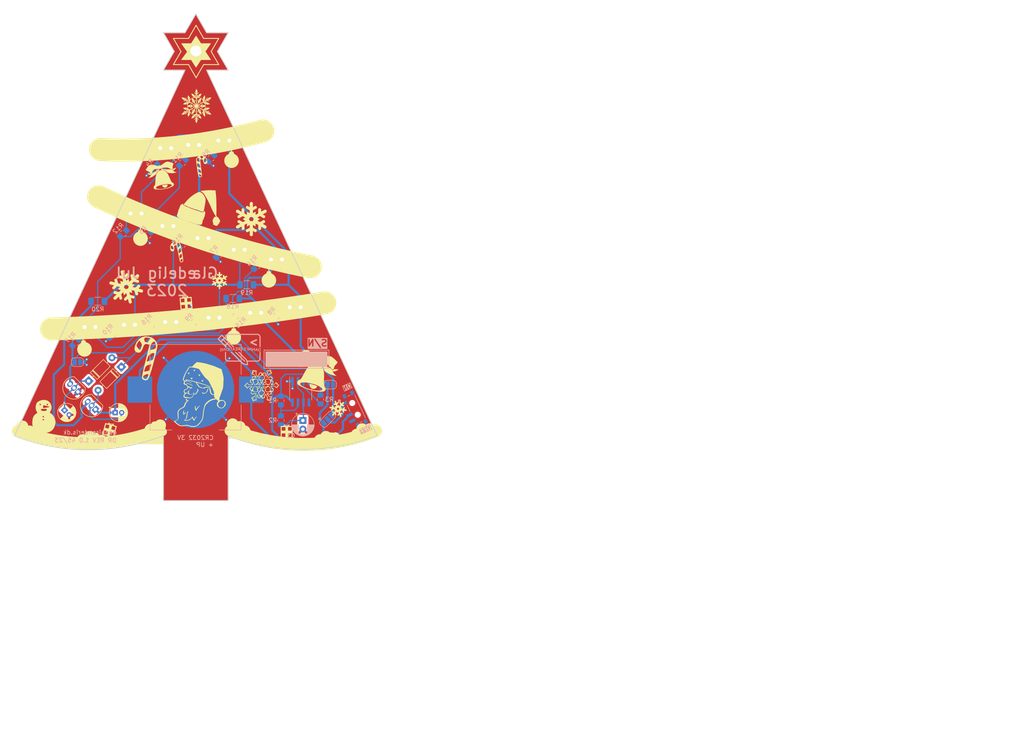
<source format=kicad_pcb>
(kicad_pcb (version 20221018) (generator pcbnew)
  (title_block (title "Christmas Ornament 2023 - Tree") (date "2023-11-12") (rev "1.0") (company "Danni's Creations") (comment 1 "Danni Randeris"))
  (layers (0 "F.Cu" power) (31 "B.Cu" signal) (34 "B.Paste" user) (35 "F.Paste" user) (36 "B.SilkS" user "B.Silkscreen") (37 "F.SilkS" user "F.Silkscreen") (38 "B.Mask" user) (39 "F.Mask" user) (44 "Edge.Cuts" user))
  (net 0 "")
  (net 1 "GND")
  (net 2 "Net-(SW1-B)")
  (net 3 "Net-(U1-THRES)")
  (net 4 "Net-(D1-K)")
  (net 5 "Net-(D1-A)")
  (net 6 "Net-(D2-K)")
  (net 7 "Net-(D3-K)")
  (net 8 "Net-(D3-A)")
  (net 9 "Net-(D4-K)")
  (net 10 "Net-(D5-K)")
  (net 11 "Net-(D6-K)")
  (net 12 "Net-(D7-K)")
  (net 13 "Net-(D8-K)")
  (net 14 "Net-(D9-K)")
  (net 15 "Net-(D10-K)")
  (net 16 "Net-(D10-A)")
  (net 17 "Net-(D11-K)")
  (net 18 "Net-(D12-K)")
  (net 19 "Net-(D13-K)")
  (net 20 "Net-(D14-K)")
  (net 21 "Net-(D15-K)")
  (net 22 "Net-(D16-K)")
  (net 23 "Net-(JP1-C)")
  (net 24 "Net-(JP3-A)")
  (net 25 "Net-(U1-DISCH)")
  (net 26 "Net-(U1-OUT)")
  (net 29 "Net-(D15-A)")
  (net 30 "Net-(Q1-C)")
  (footprint "christmas_ornament_2023_footprints:xmas_ball" (layer "F.Cu") (at 100.838 61.448303)
    (fp_text reference "REF**" hide)
    (fp_text value "xmas_ball")
  )
  (footprint "LED_THT:LED_D3.0mm" (layer "F.Cu") (at 95.504 100.457)
    (fp_text reference "D8")
    (fp_text value "LED")
  )
  (footprint "christmas_ornament_2023_footprints:xmas_bell_small" (layer "F.Cu") (at 84.0952 65.202644 10)
    (fp_text reference "REF**")
    (fp_text value "xmas_bell_small")
  )
  (footprint "christmas_ornament_2023_footprints:xmas_present" (layer "F.Cu") (at 71.693 124.968 -15)
    (fp_text reference "REF**")
    (fp_text value "xmas_present")
  )
  (footprint "christmas_ornament_2023_footprints:xmas_santa_hat" (layer "F.Cu") (at 97.164578 70.898524 -20)
    (fp_text reference "REF**")
    (fp_text value "xmas_santa_hat")
  )
  (footprint "LED_THT:LED_D3.0mm" (layer "F.Cu") (at 97.785 59.436)
    (fp_text reference "D4")
    (fp_text value "LED")
  )
  (footprint "LED_THT:LED_D3.0mm" (layer "F.Cu") (at 90.805 60.452)
    (fp_text reference "D10")
    (fp_text value "LED")
  )
  (footprint "christmas_ornament_2023_footprints:xmas_santa_claus" (layer "F.Cu") (at 92.71 110.744)
    (fp_text reference "REF**")
    (fp_text value "xmas_santa_claus")
  )
  (footprint "christmas_ornament_2023_footprints:xmas_ball" (layer "F.Cu") (at 109.474 89.134303)
    (fp_text reference "REF**" hide)
    (fp_text value "xmas_ball")
  )
  (footprint "christmas_ornament_2023_footprints:xmas_sugar_cane" (layer "F.Cu") (at 81.966001 104.749261 -15)
    (fp_text reference "REF**")
    (fp_text value "xmas_sugar_cane")
  )
  (footprint "christmas_ornament_2023_footprints:xmas_sugar_cane_small_flipped" (layer "F.Cu") (at 93.487033 62.886615 8)
    (fp_text reference "REF**")
    (fp_text value "xmas_sugar_cane_small_flipped")
  )
  (footprint "Package_TO_SOT_THT:TO-92_Inline" (layer "F.Cu") (at 65.278 117.602 135)
    (fp_text reference "Q2" hide)
    (fp_text value "2N3904")
  )
  (footprint "christmas_ornament_2023_footprints:xmas_snowflake_1" (layer "F.Cu") (at 75.412307 89.408 15)
    (fp_text reference "REF**")
    (fp_text value "xmas_snowflake_1")
  )
  (footprint "christmas_ornament_2023_footprints:xmas_snowflake_1" (layer "F.Cu") (at 105.410371 73.563)
    (fp_text reference "REF**")
    (fp_text value "xmas_snowflake_1")
  )
  (footprint "LED_THT:LED_D3.0mm" (layer "F.Cu") (at 92.964 82.042)
    (fp_text reference "D12")
    (fp_text value "LED")
  )
  (footprint "christmas_ornament_2023_footprints:xmas_snowflake_1_small" (layer "F.Cu") (at 98.044186 89.803)
    (fp_text reference "REF**")
    (fp_text value "xmas_snowflake_1_small")
  )
  (footprint "LED_THT:LED_D3.0mm" (layer "F.Cu") (at 114.295 98.044)
    (fp_text reference "D7")
    (fp_text value "LED")
  )
  (footprint "Package_TO_SOT_THT:TO-92_Inline" (layer "F.Cu") (at 69.342 121.684051 135)
    (fp_text reference "Q1" hide)
    (fp_text value "2N3906")
  )
  (footprint "LED_THT:LED_D3.0mm" (layer "F.Cu") (at 85.471 101.473)
    (fp_text reference "D15")
    (fp_text value "LED")
  )
  (footprint "LED_THT:LED_D3.0mm" (layer "F.Cu") (at 77.465 76.327)
    (fp_text reference "D11")
    (fp_text value "LED")
  )
  (footprint "christmas_ornament_2023_footprints:xmas_snowflake_1_small" (layer "F.Cu") (at 124.785289 119.643035 20)
    (fp_text reference "REF**")
    (fp_text value "xmas_snowflake_1_small")
  )
  (footprint "christmas_ornament_2023_footprints:xmas_ball" (layer "F.Cu") (at 66.430825 105.149281 8)
    (fp_text reference "REF**" hide)
    (fp_text value "xmas_ball")
  )
  (footprint "LED_THT:LED_D3.0mm" (layer "F.Cu") (at 105.151 99.314)
    (fp_text reference "D14")
    (fp_text value "LED")
  )
  (footprint "MountingHole:MountingHole_2.5mm" (layer "F.Cu") (at 92.583 38.735)
    (fp_text reference "REF**")
    (fp_text value "MountingHole_2.5mm")
  )
  (footprint "Diode_THT:D_DO-35_SOD27_P7.62mm_Horizontal" (layer "F.Cu") (at 67.763846 115.116154 45)
    (fp_text reference "D2" hide)
    (fp_text value "1N4148")
  )
  (footprint "christmas_ornament_2023_footprints:xmas_snowman" (layer "F.Cu") (at 57.303741 119.473973)
    (fp_text reference "REF**")
    (fp_text value "xmas_snowman")
  )
  (footprint "Diode_THT:D_DO-35_SOD27_P7.62mm_Horizontal" (layer "F.Cu") (at 75.338077 111.859924 -135)
    (fp_text reference "D1" hide)
    (fp_text value "1N4148")
  )
  (footprint "christmas_ornament_2023_footprints:xmas_snowflake_2" (layer "F.Cu") (at 92.700544 47.398896)
    (fp_text reference "REF**")
    (fp_text value "xmas_snowflake_2")
  )
  (footprint "christmas_ornament_2023_footprints:xmas_ball" (layer "F.Cu") (at 101.346 102.342303)
    (fp_text reference "REF**" hide)
    (fp_text value "xmas_ball")
  )
  (footprint "christmas_ornament_2023_footprints:xmas_bell" (layer "F.Cu") (at 120.881698 109.486709 -15)
    (fp_text reference "REF**")
    (fp_text value "xmas_bell")
  )
  (footprint "LED_THT:LED_D3.0mm" (layer "F.Cu") (at 66.802 102.616)
    (fp_text reference "D16")
    (fp_text value "LED")
  )
  (footprint "Capacitor_THT:CP_Radial_D4.0mm_P1.50mm" (layer "F.Cu") (at 73.914 122.428)
    (fp_text reference "C3" hide)
    (fp_text value "10uF, 16V")
  )
  (footprint "LED_THT:LED_D3.0mm" (layer "F.Cu") (at 101.341 84.709)
    (fp_text reference "D6")
    (fp_text value "LED")
  )
  (footprint "LED_THT:LED_D3.0mm" (layer "F.Cu") (at 75.946 102.108)
    (fp_text reference "D9")
    (fp_text value "LED")
  )
  (footprint "christmas_ornament_2023_footprints:xmas_present" (layer "F.Cu") (at 112.333 125.641339)
    (fp_text reference "REF**")
    (fp_text value "xmas_present")
  )
  (footprint "christmas_ornament_2023_footprints:xmas_snowflake_3" (layer "F.Cu") (at 107.696 116.078)
    (fp_text reference "REF**")
    (fp_text value "xmas_snowflake_3")
  )
  (footprint "LED_THT:LED_D3.0mm" (layer "F.Cu") (at 109.977 86.995)
    (fp_text reference "D13")
    (fp_text value "LED")
  )
  (footprint "LED_THT:LED_D3.0mm" (layer "F.Cu") (at 84.328 61.214)
    (fp_text reference "D3")
    (fp_text value "LED")
  )
  (footprint "Capacitor_THT:CP_Radial_D4.0mm_P1.50mm" (layer "F.Cu") (at 62.18534 121.87534 -45)
    (fp_text reference "C2" hide)
    (fp_text value "10uF, 16V")
  )
  (footprint "christmas_ornament_2023_footprints:xmas_sugar_cane_small" (layer "F.Cu") (at 87.748233 82.789575 10)
    (fp_text reference "REF**")
    (fp_text value "xmas_sugar_cane_small")
  )
  (footprint "LED_THT:LED_D3.0mm" (layer "F.Cu") (at 84.831 79.248)
    (fp_text reference "D5")
    (fp_text value "LED")
  )
  (footprint "christmas_ornament_2023_footprints:xmas_ball" (layer "F.Cu") (at 79.756 79.482303)
    (fp_text reference "REF**" hide)
    (fp_text value "xmas_ball")
  )
  (footprint "christmas_ornament_2023_footprints:xmas_present" (layer "F.Cu") (at 88.940806 95.96916 5)
    (fp_text reference "REF**")
    (fp_text value "xmas_present")
  )
  (footprint "Capacitor_THT:CP_Radial_D5.0mm_P2.00mm" (layer "B.Cu") (at 117.348 124.238 -90)
    (fp_text reference "C1")
    (fp_text value "4.7uF")
  )
  (footprint "Resistor_SMD:R_0805_2012Metric_Pad1.20x1.40mm_HandSolder" (layer "B.Cu") (at 101.799107 100.130893 -135)
    (fp_text reference "R15")
    (fp_text value "470")
  )
  (footprint "Resistor_SMD:R_0805_2012Metric_Pad1.20x1.40mm_HandSolder" (layer "B.Cu") (at 121.412 119.396 90)
    (fp_text reference "R3")
    (fp_text value "2k2")
  )
  (footprint "Resistor_SMD:R_0805_2012Metric_Pad1.20x1.40mm_HandSolder" (layer "B.Cu") (at 73.351107 104.321893 -135)
    (fp_text reference "R10")
    (fp_text value "470")
  )
  (footprint "Jumper:SolderJumper-2_P1.3mm_Open_RoundedPad1.0x1.5mm" (layer "B.Cu") (at 123.698 115.951 180)
    (fp_text reference "JP2" hide)
    (fp_text value "mode2")
  )
  (footprint "Resistor_SMD:R_0805_2012Metric_Pad1.20x1.40mm_HandSolder" (layer "B.Cu") (at 82.985893 65.731107 -135)
    (fp_text reference "R4")
    (fp_text value "470")
  )
  (footprint "Resistor_SMD:R_0805_2012Metric_Pad1.20x1.40mm_HandSolder" (layer "B.Cu") (at 97.971893 85.797107 -135)
    (fp_text reference "R7")
    (fp_text value "470")
  )
  (footprint "Resistor_SMD:R_0805_2012Metric_Pad1.20x1.40mm_HandSolder" (layer "B.Cu") (at 75.764107 80.953893 -135)
    (fp_text reference "R12")
    (fp_text value "470")
  )
  (footprint "Resistor_SMD:R_0805_2012Metric_Pad1.20x1.40mm_HandSolder" (layer "B.Cu") (at 64.715107 106.226893 -135)
    (fp_text reference "R17")
    (fp_text value "470")
  )
  (footprint "Jumper:SolderJumper-2_P1.3mm_Open_RoundedPad1.0x1.5mm" (layer "B.Cu") (at 65.165999 110.744)
    (fp_text reference "JP3" hide)
    (fp_text value "mode2")
  )
  (footprint "Resistor_SMD:R_0805_2012Metric_Pad1.20x1.40mm_HandSolder" (layer "B.Cu") (at 112.268 124.206 -90)
    (fp_text reference "R2")
    (fp_text value "330k")
  )
  (footprint "Resistor_SMD:R_0805_2012Metric_Pad1.20x1.40mm_HandSolder" (layer "B.Cu") (at 89.480107 64.570893 -135)
    (fp_text reference "R11")
    (fp_text value "470")
  )
  (footprint "Jumper:SolderJumper-3_P1.3mm_Open_RoundedPad1.0x1.5mm" (layer "B.Cu") (at 123.063 123.952 45)
    (fp_text reference "JP1" hide)
    (fp_text value "Mode select")
  )
  (footprint "Resistor_SMD:R_0805_2012Metric_Pad1.20x1.40mm_HandSolder" (layer "B.Cu") (at 96.084107 63.554893 -135)
    (fp_text reference "R5")
    (fp_text value "470")
  )
  (footprint "DARAN:Serial_Number_Silkscreen" (layer "B.Cu") (at 123.36425 107.96875 180)
    (fp_text reference "REF**")
    (fp_text value "Serial_Number_Silkscreen")
  )
  (footprint "Resistor_SMD:R_1206_3216Metric_Pad1.30x1.75mm_HandSolder" (layer "B.Cu") (at 104.368 92.837)
    (fp_text reference "R19")
    (fp_text value "0")
  )
  (footprint "Resistor_SMD:R_0805_2012Metric_Pad1.20x1.40mm_HandSolder" (layer "B.Cu") (at 92.147107 101.527893 -135)
    (fp_text reference "R9")
    (fp_text value "470")
  )
  (footprint "DARAN:BAT_BAT-HLD-003-SMT" (layer "B.Cu") (at 92.51 117.094 180)
    (fp_text reference "BT1" hide)
    (fp_text value "CR2032 3V")
  )
  (footprint "DARAN:SW_PCM12SMTR" (layer "B.Cu") (at 129.408856 121.559803 -65)
    (fp_text reference "SW1" hide)
    (fp_text value "PCM12SMTR")
  )
  (footprint "Resistor_SMD:R_0805_2012Metric_Pad1.20x1.40mm_HandSolder" (layer "B.Cu") (at 89.480107 83.493893 -135)
    (fp_text reference "R13")
    (fp_text value "470")
  )
  (footprint "Resistor_SMD:R_0805_2012Metric_Pad1.20x1.40mm_HandSolder" (layer "B.Cu") (at 81.479107 81.334893 -135)
    (fp_text reference "R6")
    (fp_text value "470")
  )
  (footprint "Resistor_SMD:R_0805_2012Metric_Pad1.20x1.40mm_HandSolder" (layer "B.Cu") (at 111.252 100.076 -135)
    (fp_text reference "R8")
    (fp_text value "470")
  )
  (footprint "Resistor_SMD:R_1206_3216Metric_Pad1.30x1.75mm_HandSolder" (layer "B.Cu") (at 69.876 96.647)
    (fp_text reference "R20")
    (fp_text value "0")
  )
  (footprint "Resistor_SMD:R_0805_2012Metric_Pad1.20x1.40mm_HandSolder" (layer "B.Cu") (at 82.368107 102.035893 -135)
    (fp_text reference "R16")
    (fp_text value "470")
  )
  (footprint "Package_SO:SOIC-8_3.9x4.9mm_P1.27mm" (layer "B.Cu") (at 116.84 117.602 -90)
    (fp_text reference "U1" hide)
    (fp_text value "TLC555CDR")
  )
  (footprint "Resistor_SMD:R_0805_2012Metric_Pad1.20x1.40mm_HandSolder" (layer "B.Cu") (at 106.752107 88.446893 -135)
    (fp_text reference "R14")
    (fp_text value "470")
  )
  (footprint "DC:DC_logo_10x7,4kicad_mod" (layer "B.Cu") (at 102.616 107.823 180)
    (fp_text reference "G***" hide)
    (fp_text value "LOGO" hide)
  )
  (footprint "Resistor_SMD:R_1206_3216Metric_Pad1.30x1.75mm_HandSolder" (layer "B.Cu") (at 101.118 96.012)
    (fp_text reference "R18")
    (fp_text value "0")
  )
  (footprint "Resistor_SMD:R_0805_2012Metric_Pad1.20x1.40mm_HandSolder" (layer "B.Cu") (at 112.268 119.618 -90)
    (fp_text reference "R1")
    (fp_text value "3k")
  )
  (gr_line (start 87.376 35.814) (end 90.876 35.814) (stroke (width 0.2)) (layer "F.SilkS"))
  (gr_circle (center 83.058 125.349) (end 83.693 125.857) (stroke (width 0.15)) (fill solid) (layer "F.SilkS"))
  (gr_line (start 96.126 38.845) (end 97.876 41.876) (stroke (width 0.2)) (layer "F.SilkS"))
  (gr_circle (center 131.064 126.238) (end 132.08 127) (stroke (width 0.15)) (fill solid) (layer "F.SilkS"))
  (gr_circle (center 103.886 126.746) (end 104.902 127.508) (stroke (width 0.15)) (fill solid) (layer "F.SilkS"))
  (gr_circle (center 102.743 125.73) (end 103.759 126.492) (stroke (width 0.15)) (fill solid) (layer "F.SilkS"))
  (gr_line (start 90.876 41.876) (end 92.626 44.9072) (stroke (width 0.2)) (layer "F.SilkS"))
  (gr_circle (center 129.794 127.508) (end 130.81 128.27) (stroke (width 0.15)) (fill solid) (layer "F.SilkS"))
  (gr_line (start 92.626 44.9072) (end 94.376 41.876) (stroke (width 0.2)) (layer "F.SilkS"))
  (gr_circle (center 52.451 125.603) (end 53.467 126.365) (stroke (width 0.15)) (fill solid) (layer "F.SilkS"))
  (gr_line (start 94.376 35.814) (end 97.876 35.814) (stroke (width 0.2)) (layer "F.SilkS"))
  (gr_line (start 87.376 41.876) (end 89.126 38.845) (stroke (width 0.2)) (layer "F.SilkS"))
  (gr_arc (start 119.070626 88.679434) (mid 94.064688 82.079698) (end 70.054808 72.468292) (stroke (width 5.3)) (layer "F.SilkS"))
  (gr_circle (center 66.294 128.778) (end 67.31 129.54) (stroke (width 0.15)) (fill solid) (layer "F.SilkS"))
  (gr_line (start 87.376 41.876) (end 90.876 41.876) (stroke (width 0.2)) (layer "F.SilkS"))
  (gr_arc (start 122.428 97.027999) (mid 90.906595 101.118243) (end 59.180244 103.059302) (stroke (width 5.3)) (layer "F.SilkS"))
  (gr_circle (center 121.285 128.778) (end 122.301 129.54) (stroke (width 0.15)) (fill solid) (layer "F.SilkS"))
  (gr_circle (center 122.682 128.016) (end 123.698 128.778) (stroke (width 0.15)) (fill solid) (layer "F.SilkS"))
  (gr_line (start 89.126 38.845) (end 87.376 35.814) (stroke (width 0.2)) (layer "F.SilkS"))
  (gr_circle (center 84.328 125.349) (end 85.344 126.111) (stroke (width 0.15)) (fill solid) (layer "F.SilkS"))
  (gr_line (start 94.376 41.876) (end 97.876 41.876) (stroke (width 0.2)) (layer "F.SilkS"))
  (gr_circle (center 70.739 128.905) (end 71.755 129.667) (stroke (width 0.15)) (fill solid) (layer "F.SilkS"))
  (gr_rect (start 78.74 126.873) (end 84.8995 129.667) (stroke (width 0.153)) (fill solid) (layer "F.SilkS"))
  (gr_circle (center 69.342 128.016) (end 69.977 128.651) (stroke (width 0.15)) (fill solid) (layer "F.SilkS"))
  (gr_circle (center 100.457 126.619) (end 101.588987 126.866351) (stroke (width 0.15)) (fill solid) (layer "F.SilkS"))
  (gr_arc (start 134.180842 126.647722) (mid 117.905299 129.795836) (end 101.588987 126.866351) (stroke (width 3)) (layer "F.SilkS"))
  (gr_line (start 92.626 32.783) (end 94.376 35.814) (stroke (width 0.2)) (layer "F.SilkS"))
  (gr_circle (center 68.072 128.016) (end 69.088 128.778) (stroke (width 0.15)) (fill solid) (layer "F.SilkS"))
  (gr_line (start 97.876 35.814) (end 96.126 38.845) (stroke (width 0.2)) (layer "F.SilkS"))
  (gr_circle (center 123.952 128.016) (end 124.841 128.27) (stroke (width 0.15)) (fill solid) (layer "F.SilkS"))
  (gr_arc (start 108.085848 57.233397) (mid 89.473887 60.867846) (end 70.522507 61.54572) (stroke (width 5.3)) (layer "F.SilkS"))
  (gr_arc (start 84.074 126.492) (mid 67.798457 129.640114) (end 51.482145 126.710629) (stroke (width 3)) (layer "F.SilkS"))
  (gr_circle (center 101.092 125.095) (end 102.108 125.857) (stroke (width 0.15)) (fill solid) (layer "F.SilkS"))
  (gr_rect (start 100.2665 127) (end 102.4255 128.397) (stroke (width 0.153)) (fill solid) (layer "F.SilkS"))
  (gr_circle (center 124.876573 128.016) (end 125.603 128.651) (stroke (width 0.15)) (fill solid) (layer "F.SilkS"))
  (gr_circle (center 84.963 126.873) (end 85.725 127.254) (stroke (width 0.15)) (fill solid) (layer "F.SilkS"))
  (gr_poly (pts (xy 92.626 35.25) (xy 93.75 37) (xy 96 37) (xy 94.75 38.8366) (xy 96 40.75) (xy 93.75 40.75) (xy 92.6084 42.5) (xy 91.5 40.75) (xy 89.25 40.75) (xy 90.6 38.9) (xy 89.25 37) (xy 91.5 37)) (stroke (width 0.1)) (fill solid) (layer "F.SilkS"))
  (gr_line (start 90.876 35.814) (end 92.626 32.783) (stroke (width 0.2)) (layer "F.SilkS"))
  (gr_circle (center 132.842 126.238) (end 133.858 127) (stroke (width 0.15)) (fill solid) (layer "F.SilkS"))
  (gr_circle (center 54.102 126.746) (end 55.118 127.508) (stroke (width 0.15)) (fill solid) (layer "F.SilkS"))
  (gr_circle (center 82.042 126.365) (end 83.058 127.127) (stroke (width 0.15)) (fill solid) (layer "F.SilkS"))
  (gr_line (start 100.069755 34.50095) (end 97.569755 38.83095) (stroke (width 0.2)) (layer "Edge.Cuts"))
  (gr_line (start 85.069755 43.16105) (end 90.060965 43.16105) (stroke (width 0.2)) (layer "Edge.Cuts"))
  (gr_line (start 95.078545 43.16105) (end 100.069755 43.16105) (stroke (width 0.2)) (layer "Edge.Cuts"))
  (gr_line (start 100.069755 142.78095) (end 85.069755 142.78095) (stroke (width 0.2)) (layer "Edge.Cuts"))
  (gr_arc (start 134.537437 127.780945) (mid 117.303387 130.96815) (end 100.069359 127.780825) (stroke (width 0.2)) (layer "Edge.Cuts"))
  (gr_line (start 92.569755 30.17095) (end 95.069755 34.50095) (stroke (width 0.2)) (layer "Edge.Cuts"))
  (gr_line (start 85.069755 34.50095) (end 90.069755 34.50095) (stroke (width 0.2)) (layer "Edge.Cuts"))
  (gr_line (start 90.069755 34.50095) (end 92.569755 30.17095) (stroke (width 0.2)) (layer "Edge.Cuts"))
  (gr_line (start 100.069755 127.78095) (end 100.069755 142.78095) (stroke (width 0.2)) (layer "Edge.Cuts"))
  (gr_line (start 97.569755 38.83095) (end 100.069755 43.16105) (stroke (width 0.2)) (layer "Edge.Cuts"))
  (gr_line (start 85.069755 43.16105) (end 87.569755 38.83095) (stroke (width 0.2)) (layer "Edge.Cuts"))
  (gr_line (start 85.069755 142.78095) (end 85.069755 127.78095) (stroke (width 0.2)) (layer "Edge.Cuts"))
  (gr_line (start 95.069755 34.50095) (end 100.069755 34.50095) (stroke (width 0.2)) (layer "Edge.Cuts"))
  (gr_line (start 95.078545 43.16105) (end 134.537455 127.78095) (stroke (width 0.2)) (layer "Edge.Cuts"))
  (gr_line (start 87.569755 38.83095) (end 85.069755 34.50095) (stroke (width 0.2)) (layer "Edge.Cuts"))
  (gr_arc (start 85.069837 127.780945) (mid 67.835787 130.96815) (end 50.601759 127.780825) (stroke (width 0.2)) (layer "Edge.Cuts"))
  (gr_line (start 90.060965 43.16105) (end 50.602055 127.78095) (stroke (width 0.2)) (layer "Edge.Cuts"))
  (gr_text "OFF" (at 133.477 126.238 25) (layer "B.SilkS" knockout) (effects (font (size 1 1) (thickness 0.153)) (justify left bottom mirror)))
  (gr_text "ON" (at 128.905 116.586 25) (layer "B.SilkS" knockout) (effects (font (size 1 1) (thickness 0.153)) (justify left bottom mirror)))
  (gr_text "Glædelig Jul\n2023" (at 85.852 95.631) (layer "B.SilkS") (effects (font (size 2.5 2.5) (thickness 0.4) bold) (justify bottom mirror)))
  (gr_text "CR2032 3V\n+ UP" (at 96.774 130.429) (layer "B.SilkS") (effects (font (size 1 1) (thickness 0.153)) (justify left bottom mirror)))
  (gr_text "DR REV 1.0 45/23" (at 74.295 129.413) (layer "B.SilkS") (effects (font (size 1 1) (thickness 0.153)) (justify left bottom mirror)))
  (gr_text "danniranderis.dk" (at 68.072 127) (layer "B.SilkS") (effects (font (size 1 1) (thickness 0.153)) (justify mirror)))
  (via (at 67.31 110.109) (size 0.7) (drill 0.3) (layers "F.Cu" "B.Cu") (net 1))
  (via (at 98.298 87.503) (size 0.7) (drill 0.3) (layers "F.Cu" "B.Cu") (net 1))
  (via (at 113.665 115.189) (size 0.7) (drill 0.3) (layers "F.Cu" "B.Cu") (net 1))
  (via (at 81.153 67.564) (size 0.7) (drill 0.3) (layers "F.Cu" "B.Cu") (net 1))
  (via (at 99.568 124.079) (size 0.7) (drill 0.3) (layers "F.Cu" "B.Cu") (net 1))
  (via (at 67.31 111.379) (size 0.7) (drill 0.3) (layers "F.Cu" "B.Cu") (net 1))
  (via (at 91.44 97.536) (size 0.7) (drill 0.3) (layers "F.Cu" "B.Cu") (net 1))
  (via (at 96.647 65.278) (size 0.7) (drill 0.3) (layers "F.Cu" "B.Cu") (net 1))
  (via (at 85.144 109.728) (size 0.7) (drill 0.3) (layers "F.Cu" "B.Cu") (net 1))
  (via (at 100.33 109.855) (size 0.7) (drill 0.3) (layers "F.Cu" "B.Cu") (net 1))
  (via (at 111.633 101.981) (size 0.7) (drill 0.3) (layers "F.Cu" "B.Cu") (net 1))
  (via (at 114.935 116.84) (size 0.7) (drill 0.3) (layers "F.Cu" "B.Cu") (net 1))
  (via (at 85.625 123.979) (size 0.7) (drill 0.3) (layers "F.Cu" "B.Cu") (net 1))
  (via (at 81.915 83.185) (size 0.7) (drill 0.3) (layers "F.Cu" "B.Cu") (net 1))
  (via (at 71.755 105.918) (size 0.7) (drill 0.3) (layers "F.Cu" "B.Cu") (net 1))
  (segment (start 85.144 109.728) (end 92.51 117.094) (width 0.5) (layer "B.Cu") (net 1))
  (segment (start 98.298 87.503) (end 98.263572 87.503) (width 0.3) (layer "B.Cu") (net 1))
  (segment (start 113.665 115.189) (end 114.873 115.189) (width 0.5) (layer "B.Cu") (net 1))
  (segment (start 92.583 117.094) (end 92.51 117.094) (width 0.5) (layer "B.Cu") (net 1))
  (segment (start 81.153 67.564) (end 82.278786 66.438214) (width 0.3) (layer "B.Cu") (net 1))
  (segment (start 96.647 65.278) (end 96.393 65.278) (width 0.3) (layer "B.Cu") (net 1))
  (segment (start 65.815999 110.744) (end 66.675 110.744) (width 0.5) (layer "B.Cu") (net 1))
  (segment (start 98.263572 87.503) (end 97.264786 86.504214) (width 0.3) (layer "B.Cu") (net 1))
  (segment (start 91.44 97.536) (end 91.44 97.79) (width 0.3) (layer "B.Cu") (net 1))
  (segment (start 114.873 115.189) (end 114.935 115.127) (width 0.5) (layer "B.Cu") (net 1))
  (segment (start 93.091 117.094) (end 92.51 117.094) (width 0.5) (layer "B.Cu") (net 1))
  (segment (start 85.625 123.979) (end 92.51 117.094) (width 0.5) (layer "B.Cu") (net 1))
  (segment (start 66.675 110.744) (end 67.31 111.379) (width 0.5) (layer "B.Cu") (net 1))
  (segment (start 81.915 83.185) (end 80.772 82.042) (width 0.3) (layer "B.Cu") (net 1))
  (segment (start 96.393 65.278) (end 95.377 64.262) (width 0.3) (layer "B.Cu") (net 1))
  (segment (start 100.33 109.855) (end 93.091 117.094) (width 0.5) (layer "B.Cu") (net 1))
  (segment (start 111.633 101.871214) (end 110.544893 100.783107) (width 0.3) (layer "B.Cu") (net 1))
  (segment (start 114.935 116.84) (end 114.935 115.127) (width 0.5) (layer "B.Cu") (net 1))
  (segment (start 111.633 101.981) (end 111.633 101.871214) (width 0.3) (layer "B.Cu") (net 1))
  (segment (start 91.44 97.79) (end 91.44 102.235) (width 0.3) (layer "B.Cu") (net 1))
  (segment (start 99.568 124.079) (end 92.583 117.094) (width 0.5) (layer "B.Cu") (net 1))
  (segment (start 71.755 105.918) (end 72.644 105.029) (width 0.3) (layer "B.Cu") (net 1))
  (segment (start 66.675 110.744) (end 67.31 110.109) (width 0.5) (layer "B.Cu") (net 1))
  (segment (start 128.139781 122.979116) (end 126.619 124.499897) (width 0.5) (layer "B.Cu") (net 2))
  (segment (start 111.506 129.794) (end 105.41 123.698) (width 0.5) (layer "B.Cu") (net 2))
  (segment (start 105.41 123.698) (end 105.41 117.094) (width 0.5) (layer "B.Cu") (net 2))
  (segment (start 98.552 106.172) (end 105.41 113.03) (width 0.5) (layer "B.Cu") (net 2))
  (segment (start 123.033152 129.794) (end 111.506 129.794) (width 0.5) (layer "B.Cu") (net 2))
  (segment (start 126.619 124.499897) (end 126.619 126.208152) (width 0.5) (layer "B.Cu") (net 2))
  (segment (start 79.61 117.094) (end 79.61 112.668) (width 0.5) (layer "B.Cu") (net 2))
  (segment (start 79.61 112.668) (end 86.106 106.172) (width 0.5) (layer "B.Cu") (net 2))
  (segment (start 86.106 106.172) (end 98.552 106.172) (width 0.5) (layer "B.Cu") (net 2))
  (segment (start 126.619 126.208152) (end 123.033152 129.794) (width 0.5) (layer "B.Cu") (net 2))
  (segment (start 105.41 113.03) (end 105.41 117.094) (width 0.5) (layer "B.Cu") (net 2))
  (segment (start 116.205 116.713) (end 117.475 117.983) (width 0.3) (layer "B.Cu") (net 3))
  (segment (start 117.475 120.077) (end 117.475 124.111) (width 0.3) (layer "B.Cu") (net 3))
  (segment (start 114.522 124.238) (end 113.554 125.206) (width 0.3) (layer "B.Cu") (net 3))
  (segment (start 117.475 117.983) (end 117.475 120.077) (width 0.3) (layer "B.Cu") (net 3))
  (segment (start 116.205 115.127) (end 116.205 116.713) (width 0.3) (layer "B.Cu") (net 3))
  (segment (start 117.348 124.238) (end 114.522 124.238) (width 0.3) (layer "B.Cu") (net 3))
  (segment (start 117.475 120.077) (end 117.602 120.204) (width 0.3) (layer "B.Cu") (net 3))
  (segment (start 117.602 120.204) (end 117.602 120.396) (width 0.3) (layer "B.Cu") (net 3))
  (segment (start 117.475 124.111) (end 117.348 124.238) (width 0.3) (layer "B.Cu") (net 3))
  (segment (start 113.554 125.206) (end 112.268 125.206) (width 0.3) (layer "B.Cu") (net 3))
  (segment (start 73.152 109.728) (end 77.470001 109.728) (width 0.3) (layer "B.Cu") (net 4))
  (segment (start 118.364 112.268) (end 121.412 115.316) (width 0.3) (layer "B.Cu") (net 4))
  (segment (start 77.470001 109.728) (end 82.677001 104.521) (width 0.3) (layer "B.Cu") (net 4))
  (segment (start 109.728 112.268) (end 118.364 112.268) (width 0.3) (layer "B.Cu") (net 4))
  (segment (start 121.412 115.316) (end 121.412 118.396) (width 0.3) (layer "B.Cu") (net 4))
  (segment (start 75.338077 111.859924) (end 77.470001 109.728) (width 0.3) (layer "B.Cu") (net 4))
  (segment (start 82.677001 104.521) (end 101.981 104.521) (width 0.3) (layer "B.Cu") (net 4))
  (segment (start 101.981 104.521) (end 109.728 112.268) (width 0.3) (layer "B.Cu") (net 4))
  (segment (start 68.834 123.952) (end 74.49 123.952) (width 0.3) (layer "B.Cu") (net 5))
  (segment (start 68.090439 121.13956) (end 68.090439 123.208439) (width 0.3) (layer "B.Cu") (net 5))
  (segment (start 68.090439 123.208439) (end 68.834 123.952) (width 0.3) (layer "B.Cu") (net 5))
  (segment (start 74.49 123.952) (end 75.414 123.028) (width 0.3) (layer "B.Cu") (net 5))
  (segment (start 75.414 123.028) (end 75.414 122.428) (width 0.3) (layer "B.Cu") (net 5))
  (segment (start 68.443974 120.786025) (end 68.090439 121.13956) (width 0.3) (layer "B.Cu") (net 5))
  (segment (start 69.949923 117.248078) (end 69.949923 119.280076) (width 0.3) (layer "B.Cu") (net 5))
  (segment (start 69.949923 119.280076) (end 68.443974 120.786025) (width 0.3) (layer "B.Cu") (net 5))
  (segment (start 62.18534 121.87534) (end 62.18534 118.898608) (width 0.3) (layer "B.Cu") (net 6))
  (segment (start 65.967794 115.116154) (end 64.379974 116.703974) (width 0.3) (layer "B.Cu") (net 6))
  (segment (start 67.763846 115.116154) (end 65.967794 115.116154) (width 0.3) (layer "B.Cu") (net 6))
  (segment (start 62.18534 118.898608) (end 64.379974 116.703974) (width 0.3) (layer "B.Cu") (net 6))
  (segment (start 83.693 65.024) (end 83.693 61.849) (width 0.3) (layer "B.Cu") (net 7))
  (segment (start 83.693 61.849) (end 84.328 61.214) (width 0.3) (layer "B.Cu") (net 7))
  (segment (start 98.044 100.457) (end 98.044 92.964) (width 0.3) (layer "B.Cu") (net 8))
  (segment (start 78.486 92.837) (end 87.376 92.837) (width 0.5) (layer "B.Cu") (net 8))
  (segment (start 97.917 92.837) (end 102.818 92.837) (width 0.5) (layer "B.Cu") (net 8))
  (segment (start 86.868 59.941208) (end 88.623208 58.186) (width 0.3) (layer "B.Cu") (net 8))
  (segment (start 123.982239 123.032761) (end 124.348 122.667) (width 0.5) (layer "B.Cu") (net 8))
  (segment (start 71.426 96.647) (end 75.236 92.837) (width 0.5) (layer "B.Cu") (net 8))
  (segment (start 78.486 102.108) (end 78.486 92.837) (width 0.3) (layer "B.Cu") (net 8))
  (segment (start 114.046 85.471) (end 100.325 71.75) (width 0.5) (layer "B.Cu") (net 8))
  (segment (start 75.236 92.837) (end 78.486 92.837) (width 0.5) (layer "B.Cu") (net 8))
  (segment (start 87.371 79.248) (end 87.371 92.832) (width 0.3) (layer "B.Cu") (net 8))
  (segment (start 116.835 95.626) (end 116.835 98.044) (width 0.5) (layer "B.Cu") (net 8))
  (segment (start 114.046 92.837) (end 114.046 85.471) (width 0.5) (layer "B.Cu") (net 8))
  (segment (start 88.623208 58.186) (end 99.075 58.186) (width 0.3) (layer "B.Cu") (net 8))
  (segment (start 102.743 92.762) (end 102.743 87.884) (width 0.3) (layer "B.Cu") (net 8))
  (segment (start 103.881 86.746) (end 103.881 84.709) (width 0.3) (layer "B.Cu") (net 8))
  (segment (start 124.348 115.951) (end 124.348 114.569) (width 0.5) (layer "B.Cu") (net 8))
  (segment (start 98.044 92.964) (end 97.917 92.837) (width 0.3) (layer "B.Cu") (net 8))
  (segment (start 102.743 87.884) (end 103.881 86.746) (width 0.3) (layer "B.Cu") (net 8))
  (segment (start 100.325 71.75) (end 100.325 59.436) (width 0.5) (layer "B.Cu") (net 8))
  (segment (start 87.376 92.837) (end 97.917 92.837) (width 0.5) (layer "B.Cu") (net 8))
  (segment (start 102.818 92.837) (end 102.743 92.762) (width 0.3) (layer "B.Cu") (net 8))
  (segment (start 124.348 122.667) (end 124.348 115.951) (width 0.5) (layer "B.Cu") (net 8))
  (segment (start 99.075 58.186) (end 100.325 59.436) (width 0.3) (layer "B.Cu") (net 8))
  (segment (start 124.348 114.569) (end 116.835 107.056) (width 0.5) (layer "B.Cu") (net 8))
  (segment (start 86.868 61.214) (end 86.868 59.941208) (width 0.3) (layer "B.Cu") (net 8))
  (segment (start 116.835 107.056) (end 116.835 98.044) (width 0.5) (layer "B.Cu") (net 8))
  (segment (start 87.371 92.832) (end 87.376 92.837) (width 0.3) (layer "B.Cu") (net 8))
  (segment (start 114.046 92.837) (end 116.835 95.626) (width 0.5) (layer "B.Cu") (net 8))
  (segment (start 105.918 92.837) (end 114.046 92.837) (width 0.5) (layer "B.Cu") (net 8))
  (segment (start 96.791214 60.429786) (end 97.785 59.436) (width 0.3) (layer "B.Cu") (net 9))
  (segment (start 96.791214 62.847786) (end 96.791214 60.429786) (width 0.3) (layer "B.Cu") (net 9))
  (segment (start 82.186214 80.627786) (end 83.451214 80.627786) (width 0.3) (layer "B.Cu") (net 10))
  (segment (start 83.451214 80.627786) (end 84.831 79.248) (width 0.3) (layer "B.Cu") (net 10))
  (segment (start 98.679 85.09) (end 100.96 85.09) (width 0.3) (layer "B.Cu") (net 11))
  (segment (start 100.96 85.09) (end 101.341 84.709) (width 0.3) (layer "B.Cu") (net 11))
  (segment (start 112.970107 99.368893) (end 114.295 98.044) (width 0.3) (layer "B.Cu") (net 12))
  (segment (start 111.959107 99.368893) (end 112.970107 99.368893) (width 0.3) (layer "B.Cu") (net 12))
  (segment (start 92.854214 100.820786) (end 95.140214 100.820786) (width 0.3) (layer "B.Cu") (net 13))
  (segment (start 95.140214 100.820786) (end 95.504 100.457) (width 0.3) (layer "B.Cu") (net 13))
  (segment (start 74.058214 103.614786) (end 74.439214 103.614786) (width 0.3) (layer "B.Cu") (net 14))
  (segment (start 74.439214 103.614786) (end 75.946 102.108) (width 0.3) (layer "B.Cu") (net 14))
  (segment (start 90.187214 61.069786) (end 90.805 60.452) (width 0.3) (layer "B.Cu") (net 15))
  (segment (start 90.187214 63.863786) (end 90.187214 61.069786) (width 0.3) (layer "B.Cu") (net 15))
  (segment (start 122.143761 127.030239) (end 122.143761 124.871239) (width 0.5) (layer "B.Cu") (net 16))
  (segment (start 88.773 62.611) (end 88.773 59.436) (width 0.3) (layer "B.Cu") (net 16))
  (segment (start 101.408 105.472) (end 110.236 114.3) (width 0.5) (layer "B.Cu") (net 16))
  (segment (start 118.745 115.127) (end 118.745 114.152) (width 0.3) (layer "B.Cu") (net 16))
  (segment (start 120.396 128.778) (end 112.522 128.778) (width 0.5) (layer "B.Cu") (net 16))
  (segment (start 107.691 98.171) (end 107.691 99.314) (width 0.5) (layer "B.Cu") (net 16))
  (segment (start 106.934 80.137) (end 97.409 80.137) (width 0.5) (layer "B.Cu") (net 16))
  (segment (start 118.131 113.538) (end 113.284 113.538) (width 0.3) (layer "B.Cu") (net 16))
  (segment (start 91.694 58.801) (end 93.345 60.452) (width 0.3) (layer "B.Cu") (net 16))
  (segment (start 110.236 119.634) (end 111.252 118.618) (width 0.5) (layer "B.Cu") (net 16))
  (segment (start 110.236 126.492) (end 110.236 119.634) (width 0.5) (layer "B.Cu") (net 16))
  (segment (start 73.914 122.428) (end 70.085949 122.428) (width 0.5) (layer "B.Cu") (net 16))
  (segment (start 104.521 95.001) (end 107.691 98.171) (width 0.5) (layer "B.Cu") (net 16))
  (segment (start 108.326 91.186) (end 105.029 91.186) (width 0.5) (layer "B.Cu") (net 16))
  (segment (start 120.396 128.778) (end 122.143761 127.030239) (width 0.5) (layer "B.Cu") (net 16))
  (segment (start 73.914 122.428) (end 73.914 115.824) (width 0.5) (layer "B.Cu") (net 16))
  (segment (start 113.476 118.618) (end 114.935 120.077) (width 0.5) (layer "B.Cu") (net 16))
  (segment (start 73.914 115.824) (end 84.266 105.472) (width 0.5) (layer "B.Cu") (net 16))
  (segment (start 113.284 113.538) (end 112.268 114.554) (width 0.3) (layer "B.Cu") (net 16))
  (segment (start 112.268 118.618) (end 113.476 118.618) (width 0.5) (layer "B.Cu") (net 16))
  (segment (start 118.745 114.152) (end 118.131 113.538) (width 0.3) (layer "B.Cu") (net 16))
  (segment (start 112.517 86.995) (end 112.517 85.72) (width 0.5) (layer "B.Cu") (net 16))
  (segment (start 95.504 82.042) (end 93.345 79.883) (width 0.5) (layer "B.Cu") (net 16))
  (segment (start 112.517 85.72) (end 106.934 80.137) (width 0.5) (layer "B.Cu") (net 16))
  (segment (start 84.266 105.472) (end 101.408 105.472) (width 0.5) (layer "B.Cu") (net 16))
  (segment (start 121.285 122.428) (end 123.048 120.665) (width 0.5) (layer "B.Cu") (net 16))
  (segment (start 112.517 86.995) (end 108.326 91.186) (width 0.5) (layer "B.Cu") (net 16))
  (segment (start 70.085949 122.428) (end 69.342 121.684051) (width 0.5) (layer "B.Cu") (net 16))
  (segment (start 112.522 128.778) (end 110.236 126.492) (width 0.5) (layer "B.Cu") (net 16))
  (segment (start 111.252 118.618) (end 112.268 118.618) (width 0.5) (layer "B.Cu") (net 16))
  (segment (start 97.409 80.137) (end 95.504 82.042) (width 0.5) (layer "B.Cu") (net 16))
  (segment (start 121.285 124.012478) (end 121.285 122.428) (width 0.5) (layer "B.Cu") (net 16))
  (segment (start 107.691 100.594) (end 107.691 99.314) (width 0.5) (layer "B.Cu") (net 16))
  (segment (start 88.773 59.436) (end 89.408 58.801) (width 0.3) (layer "B.Cu") (net 16))
  (segment (start 105.029 91.186) (end 104.521 91.694) (width 0.5) (layer "B.Cu") (net 16))
  (segment (start 110.236 114.3) (end 110.236 119.634) (width 0.5) (layer "B.Cu") (net 16))
  (segment (start 93.345 79.883) (end 93.345 60.452) (width 0.5) (layer "B.Cu") (net 16))
  (segment (start 102.668 96.012) (end 105.532 96.012) (width 0.5) (layer "B.Cu") (net 16))
  (segment (start 89.408 58.801) (end 91.694 58.801) (width 0.3) (layer "B.Cu") (net 16))
  (segment (start 80.005 71.379) (end 88.773 62.611) (width 0.3) (layer "B.Cu") (net 16))
  (segment (start 123.048 115.951) (end 107.691 100.594) (width 0.5) (layer "B.Cu") (net 16))
  (segment (start 123.048 120.665) (end 123.048 115.951) (width 0.5) (layer "B.Cu") (net 16))
  (segment (start 122.143761 124.871239) (end 121.285 124.012478) (width 0.5) (layer "B.Cu") (net 16))
  (segment (start 112.268 114.554) (end 112.268 118.618) (width 0.3) (layer "B.Cu") (net 16))
  (segment (start 104.521 91.694) (end 104.521 95.001) (width 0.5) (layer "B.Cu") (net 16))
  (segment (start 80.005 76.327) (end 80.005 71.379) (width 0.3) (layer "B.Cu") (net 16))
  (segment (start 76.471214 77.320786) (end 77.465 76.327) (width 0.3) (layer "B.Cu") (net 17))
  (segment (start 76.471214 80.246786) (end 76.471214 77.320786) (width 0.3) (layer "B.Cu") (net 17))
  (segment (start 92.219214 82.786786) (end 92.964 82.042) (width 0.3) (layer "B.Cu") (net 18))
  (segment (start 90.187214 82.786786) (end 92.219214 82.786786) (width 0.3) (layer "B.Cu") (net 18))
  (segment (start 107.459214 87.739786) (end 109.232214 87.739786) (width 0.3) (layer "B.Cu") (net 19))
  (segment (start 109.232214 87.739786) (end 109.977 86.995) (width 0.3) (layer "B.Cu") (net 19))
  (segment (start 102.506214 99.423786) (end 105.041214 99.423786) (width 0.3) (layer "B.Cu") (net 20))
  (segment (start 105.041214 99.423786) (end 105.151 99.314) (width 0.3) (layer "B.Cu") (net 20))
  (segment (start 83.075214 101.328786) (end 85.326786 101.328786) (width 0.3) (layer "B.Cu") (net 21))
  (segment (start 85.326786 101.328786) (end 85.471 101.473) (width 0.3) (layer "B.Cu") (net 21))
  (segment (start 65.422214 103.995786) (end 66.802 102.616) (width 0.3) (layer "B.Cu") (net 22))
  (segment (start 65.422214 105.519786) (end 65.422214 103.995786) (width 0.3) (layer "B.Cu") (net 22))
  (segment (start 126.871926 120.260192) (end 126.492 120.640118) (width 0.5) (layer "B.Cu") (net 23))
  (segment (start 126.492 120.640118) (end 126.492 122.936) (width 0.5) (layer "B.Cu") (net 23))
  (segment (start 126.492 122.936) (end 124.714 124.714) (width 0.5) (layer "B.Cu") (net 23))
  (segment (start 124.714 124.714) (end 123.825 124.714) (width 0.5) (layer "B.Cu") (net 23))
  (segment (start 123.825 124.714) (end 123.063 123.952) (width 0.5) (layer "B.Cu") (net 23))
  (segment (start 81.661 102.743) (end 75.826 108.578) (width 0.3) (layer "B.Cu") (net 24))
  (segment (start 64.008 102.997) (end 64.008 106.934) (width 0.3) (layer "B.Cu") (net 24))
  (segment (start 64.008 110.236001) (end 64.515999 110.744) (width 0.5) (layer "B.Cu") (net 24))
  (segment (start 81.7245 77.4065) (end 77.47 81.661) (width 0.3) (layer "B.Cu") (net 24))
  (segment (start 88.773 81.407) (end 89.916 80.264) (width 0.3) (layer "B.Cu") (net 24))
  (segment (start 101.092 100.838) (end 97.917 104.013) (width 0.3) (layer "B.Cu") (net 24))
  (segment (start 102.362 94.361) (end 101.092 95.631) (width 0.3) (layer "B.Cu") (net 24))
  (segment (start 89.916 78.74) (end 88.138 76.962) (width 0.3) (layer "B.Cu") (net 24))
  (segment (start 88.773 65.278) (end 88.773 70.358) (width 0.3) (layer "B.Cu") (net 24))
  (segment (start 69.85 92.075) (end 69.85 98.298) (width 0.3) (layer "B.Cu") (net 24))
  (segment (start 88.773 84.201) (end 88.773 81.407) (width 0.3) (layer "B.Cu") (net 24))
  (segment (start 75.057 86.868) (end 69.85 92.075) (width 0.3) (layer "B.Cu") (net 24))
  (segment (start 75.826 108.578) (end 65.931999 108.578) (width 0.3) (layer "B.Cu") (net 24))
  (segment (start 65.931999 108.578) (end 64.515999 109.994) (width 0.3) (layer "B.Cu") (net 24))
  (segment (start 88.138 76.962) (end 82.169 76.962) (width 0.3) (layer "B.Cu") (net 24))
  (segment (start 103.251 94.361) (end 102.362 94.361) (width 0.3) (layer "B.Cu") (net 24))
  (segment (start 101.092 95.631) (end 101.092 100.838) (width 0.3) (layer "B.Cu") (net 24))
  (segment (start 89.916 80.264) (end 89.916 78.74) (width 0.3) (layer "B.Cu") (net 24))
  (segment (start 66.548 100.457) (end 64.008 102.997) (width 0.3) (layer "B.Cu") (net 24))
  (segment (start 82.931 104.013) (end 81.661 102.743) (width 0.3) (layer "B.Cu") (net 24))
  (segment (start 64.008 106.934) (end 64.008 110.236001) (width 0.5) (layer "B.Cu") (net 24))
  (segment (start 88.773 70.358) (end 81.7245 77.4065) (width 0.3) (layer "B.Cu") (net 24))
  (segment (start 67.691 100.457) (end 66.548 100.457) (width 0.3) (layer "B.Cu") (net 24))
  (segment (start 82.169 76.962) (end 81.7245 77.4065) (width 0.3) (layer "B.Cu") (net 24))
  (segment (start 106.045 89.154) (end 103.886 91.313) (width 0.3) (layer "B.Cu") (net 24))
  (segment (start 103.886 91.313) (end 103.886 93.726) (width 0.3) (layer "B.Cu") (net 24))
  (segment (start 64.515999 109.994) (end 64.515999 110.744) (width 0.3) (layer "B.Cu") (net 24))
  (segment (start 75.057 81.661) (end 75.057 86.868) (width 0.3) (layer "B.Cu") (net 24))
  (segment (start 103.886 93.726) (end 103.251 94.361) (width 0.3) (layer "B.Cu") (net 24))
  (segment (start 63.481949 111.77805) (end 64.515999 110.744) (width 0.5) (layer "B.Cu") (net 24))
  (segment (start 75.057 81.661) (end 77.47 81.661) (width 0.3) (layer "B.Cu") (net 24))
  (segment (start 97.917 104.013) (end 82.931 104.013) (width 0.3) (layer "B.Cu") (net 24))
  (segment (start 69.85 98.298) (end 67.691 100.457) (width 0.3) (layer "B.Cu") (net 24))
  (segment (start 63.481949 115.805949) (end 63.481949 111.77805) (width 0.5) (layer "B.Cu") (net 24))
  (segment (start 112.268 121.92) (end 112.268 123.206) (width 0.3) (layer "B.Cu") (net 25))
  (segment (start 115.337 121.92) (end 112.268 121.92) (width 0.3) (layer "B.Cu") (net 25))
  (segment (start 116.205 120.077) (end 116.205 121.052) (width 0.3) (layer "B.Cu") (net 25))
  (segment (start 116.205 121.052) (end 115.337 121.92) (width 0.3) (layer "B.Cu") (net 25))
  (segment (start 112.268 120.618) (end 112.268 121.92) (width 0.3) (layer "B.Cu") (net 25))
  (segment (start 117.475 116.459) (end 121.412 120.396) (width 0.3) (layer "B.Cu") (net 26))
  (segment (start 117.475 115.127) (end 117.475 116.459) (width 0.3) (layer "B.Cu") (net 26))
  (segment (start 99.568 100.700767) (end 99.568 96.012) (width 0.3) (layer "B.Cu") (net 29))
  (segment (start 88.011 101.473) (end 86.696203 100.158203) (width 0.3) (layer "B.Cu") (net 29))
  (segment (start 88.011 101.473) (end 89.943583 103.405583) (width 0.3) (layer "B.Cu") (net 29))
  (segment (start 96.863183 103.405583) (end 99.568 100.700767) (width 0.3) (layer "B.Cu") (net 29))
  (segment (start 80.137 100.838) (end 80.137 102.87) (width 0.3) (layer "B.Cu") (net 29))
  (segment (start 72.009 107.315) (end 69.342 104.648) (width 0.3) (layer "B.Cu") (net 29))
  (segment (start 75.692 107.315) (end 72.009 107.315) (width 0.3) (layer "B.Cu") (net 29))
  (segment (start 69.342 104.648) (end 69.342 102.616) (width 0.3) (layer "B.Cu") (net 29))
  (segment (start 86.696203 100.158203) (end 80.816797 100.158203) (width 0.3) (layer "B.Cu") (net 29))
  (segment (start 80.137 102.87) (end 75.692 107.315) (width 0.3) (layer "B.Cu") (net 29))
  (segment (start 89.943583 103.405583) (end 96.863183 103.405583) (width 0.3) (layer "B.Cu") (net 29))
  (segment (start 80.816797 100.158203) (end 80.137 100.838) (width 0.3) (layer "B.Cu") (net 29))
  (segment (start 66.167 121.539) (end 67.545949 120.160051) (width 0.5) (layer "B.Cu") (net 30))
  (segment (start 67.545949 120.160051) (end 67.545949 119.888) (width 0.5) (layer "B.Cu") (net 30))
  (segment (start 59.69 124.46) (end 60.579 125.349) (width 0.5) (layer "B.Cu") (net 30))
  (segment (start 59.69 113.665) (end 59.69 124.46) (width 0.5) (layer "B.Cu") (net 30))
  (segment (start 68.326 97.663) (end 63.119 102.87) (width 0.5) (layer "B.Cu") (net 30))
  (segment (start 62.103 105.537) (end 62.103 111.252) (width 0.5) (layer "B.Cu") (net 30))
  (segment (start 60.579 125.349) (end 64.262 125.349) (width 0.5) (layer "B.Cu") (net 30))
  (segment (start 68.326 96.647) (end 68.326 97.663) (width 0.5) (layer "B.Cu") (net 30))
  (segment (start 64.262 125.349) (end 66.167 123.444) (width 0.5) (layer "B.Cu") (net 30))
  (segment (start 63.119 104.521) (end 62.103 105.537) (width 0.5) (layer "B.Cu") (net 30))
  (segment (start 63.119 102.87) (end 63.119 104.521) (width 0.5) (layer "B.Cu") (net 30))
  (segment (start 62.103 111.252) (end 59.69 113.665) (width 0.5) (layer "B.Cu") (net 30))
  (segment (start 66.167 123.444) (end 66.167 121.539) (width 0.5) (layer "B.Cu") (net 30))
  (zone (net 1) (net_name "GND") (layer "F.Cu") (connect_pads (clearance 0.5)) (min_thickness 0.25) (fill yes (thermal_gap 0.5) (thermal_bridge_width 0.5))
    (polygon (pts (xy 81.28 26.924) (xy 104.648 29.464) (xy 138.43 131.064) (xy 98.806 146.812) (xy 87.63 147.066) (xy 47.244 128.778)))
  )
)
</source>
